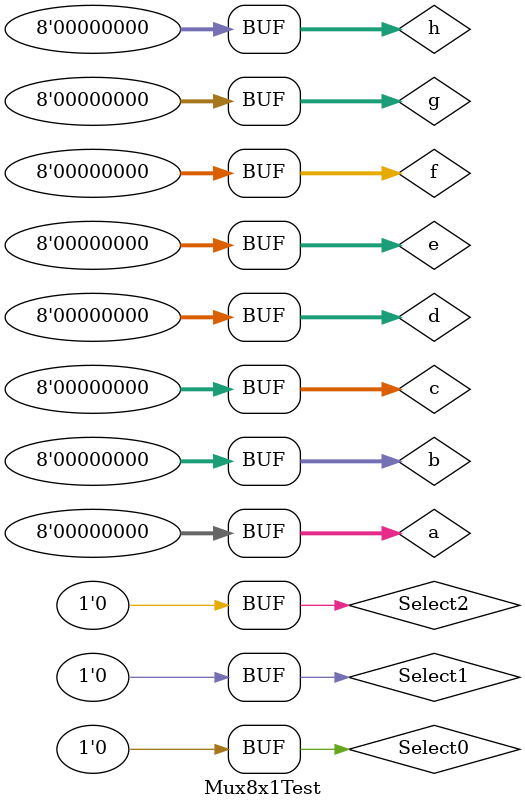
<source format=v>
`timescale 1ns / 1ps


module Mux8x1Test;

	// Inputs
	reg [7:0] a;
	reg [7:0] b;
	reg [7:0] c;
	reg [7:0] d;
	reg [7:0] e;
	reg [7:0] f;
	reg [7:0] g;
	reg [7:0] h;
	reg Select0;
	reg Select1;
	reg Select2;

	// Outputs
	wire [7:0] OutMux;

	// Instantiate the Unit Under Test (UUT)
	Mux8x1 uut (
		.a(a), 
		.b(b), 
		.c(c), 
		.d(d), 
		.e(e), 
		.f(f), 
		.g(g), 
		.h(h), 
		.Select0(Select0), 
		.Select1(Select1), 
		.Select2(Select2), 
		.OutMux(OutMux)
	);

	initial begin
		// Initialize Inputs
		a = 4;
		b = 5;
		c = 6;
		d = 7;
		e = 8;
		f = 9;
		g = 0;
		h = 0;
		Select0 = 0;
		Select1 = 0;
		Select2 = 0;

		// Wait 100 ns for global reset to finish
		#100;
		
				a = 0;
		b = 0;
		c = 8;
		d = 14;
		e = 0;
		f = 0;
		g = 0;
		h = 0;
		Select0 = 1;
		Select1 = 1;
		Select2 = 0;

		// Wait 100 ns for global reset to finish
		#100;
		
				a = 0;
		b = 7;
		c = 0;
		d = 12;
		e = 0;
		f = 0;
		g = 0;
		h = 0;
		Select0 = 1;
		Select1 = 0;
		Select2 = 0;

		// Wait 100 ns for global reset to finish
		#100;
		
		
				a = 0;
		b = 0;
		c = 0;
		d = 13;
		e = 3;
		f = 0;
		g = 0;
		h = 0;
		Select0 = 0;
		Select1 = 1;
		Select2 = 0;

		// Wait 100 ns for global reset to finish
		#100;
		
				a = 0;
		b = 0;
		c = 0;
		d = 0;
		e = 0;
		f = 0;
		g = 0;
		h = 0;
		Select0 = 0;
		Select1 = 0;
		Select2 = 0;

		// Wait 100 ns for global reset to finish
		#100;
        
		// Add stimulus here

	end
      
endmodule


</source>
